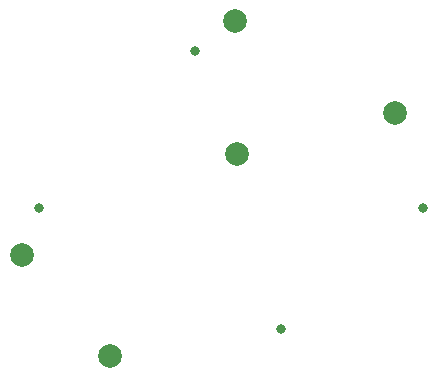
<source format=gbr>
%TF.GenerationSoftware,KiCad,Pcbnew,8.0.0*%
%TF.CreationDate,2024-06-13T19:53:01+09:00*%
%TF.ProjectId,GCCPro_Flexible_board,47434350-726f-45f4-966c-657869626c65,rev?*%
%TF.SameCoordinates,Original*%
%TF.FileFunction,Copper,L2,Bot*%
%TF.FilePolarity,Positive*%
%FSLAX46Y46*%
G04 Gerber Fmt 4.6, Leading zero omitted, Abs format (unit mm)*
G04 Created by KiCad (PCBNEW 8.0.0) date 2024-06-13 19:53:01*
%MOMM*%
%LPD*%
G01*
G04 APERTURE LIST*
%TA.AperFunction,ComponentPad*%
%ADD10C,2.000000*%
%TD*%
%TA.AperFunction,ComponentPad*%
%ADD11C,0.800000*%
%TD*%
G04 APERTURE END LIST*
D10*
%TO.P,,4,Pin_4*%
%TO.N,N/C*%
X116888500Y-110001500D03*
%TD*%
%TO.P,,4,Pin_4*%
%TO.N,N/C*%
X134938500Y-90181500D03*
%TD*%
%TO.P,,4,Pin_4*%
%TO.N,N/C*%
X135108500Y-101471500D03*
%TD*%
%TO.P,,4,Pin_4*%
%TO.N,N/C*%
X124288500Y-118571500D03*
%TD*%
D11*
%TO.P,SW1,2,2*%
%TO.N,N/C*%
X150781500Y-106004393D03*
%TD*%
%TO.P,SW1,2,2*%
%TO.N,N/C*%
X131490941Y-92713834D03*
%TD*%
%TO.P,SW1,2,2*%
%TO.N,N/C*%
X138831500Y-116254393D03*
%TD*%
%TO.P,SW1,2,2*%
%TO.N,N/C*%
X118281886Y-106005551D03*
%TD*%
D10*
%TO.P,,*%
%TO.N,*%
X148468500Y-98021500D03*
%TD*%
M02*

</source>
